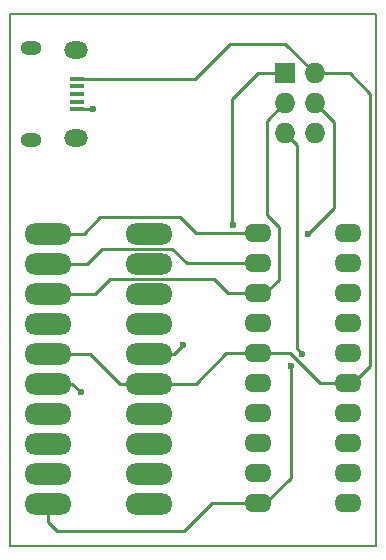
<source format=gbr>
G04 #@! TF.FileFunction,Copper,L1,Top,Signal*
%FSLAX46Y46*%
G04 Gerber Fmt 4.6, Leading zero omitted, Abs format (unit mm)*
G04 Created by KiCad (PCBNEW 4.0.2+dfsg1-stable) date Die 12 Sep 2017 09:23:44 CEST*
%MOMM*%
G01*
G04 APERTURE LIST*
%ADD10C,0.100000*%
%ADD11C,0.150000*%
%ADD12O,2.300000X1.600000*%
%ADD13R,1.727200X1.727200*%
%ADD14O,1.727200X1.727200*%
%ADD15O,4.000000X1.800000*%
%ADD16O,1.800000X1.150000*%
%ADD17O,2.000000X1.450000*%
%ADD18R,1.300000X0.450000*%
%ADD19C,0.600000*%
%ADD20C,0.250000*%
G04 APERTURE END LIST*
D10*
D11*
X0Y0D02*
X0Y45000000D01*
X31000000Y0D02*
X0Y0D01*
X31000000Y45000000D02*
X31000000Y0D01*
X0Y45000000D02*
X31000000Y45000000D01*
D12*
X21000000Y26450000D03*
X21000000Y23910000D03*
X21000000Y21370000D03*
X21000000Y18830000D03*
X21000000Y16290000D03*
X21000000Y13750000D03*
X21000000Y11210000D03*
X21000000Y8670000D03*
X21000000Y6130000D03*
X21000000Y3590000D03*
X28620000Y3590000D03*
X28620000Y6130000D03*
X28620000Y8670000D03*
X28620000Y11210000D03*
X28620000Y13750000D03*
X28620000Y16290000D03*
X28620000Y18830000D03*
X28620000Y21370000D03*
X28620000Y23910000D03*
X28620000Y26450000D03*
D13*
X23250000Y40000000D03*
D14*
X25790000Y40000000D03*
X23250000Y37460000D03*
X25790000Y37460000D03*
X23250000Y34920000D03*
X25790000Y34920000D03*
D15*
X3251100Y26426400D03*
X3251100Y23886400D03*
X3251100Y21346400D03*
X3251100Y18806400D03*
X3251100Y16266400D03*
X3251100Y13726400D03*
X3251100Y11186400D03*
X3251100Y8646400D03*
X3251100Y6106400D03*
X3251100Y3566400D03*
X11751100Y3566400D03*
X11751100Y6106400D03*
X11751100Y8646400D03*
X11751100Y11186400D03*
X11751100Y13726400D03*
X11751100Y16266400D03*
X11751100Y18806400D03*
X11751100Y21346400D03*
X11751100Y23886400D03*
X11751100Y26426400D03*
D16*
X1800000Y34375000D03*
X1800000Y42125000D03*
D17*
X5600000Y34525000D03*
X5600000Y41975000D03*
D18*
X5650000Y39550000D03*
X5650000Y38900000D03*
X5650000Y38250000D03*
X5650000Y37600000D03*
X5650000Y36950000D03*
D19*
X7050000Y36950000D03*
X14600000Y17000000D03*
X6000000Y13000000D03*
X25200000Y26400000D03*
X18900000Y27150000D03*
X24750000Y16250000D03*
X23750000Y15250000D03*
D20*
X5650000Y36950000D02*
X7050000Y36950000D01*
X11751100Y16266400D02*
X13866400Y16266400D01*
X13866400Y16266400D02*
X14600000Y17000000D01*
X3251100Y13726400D02*
X5273600Y13726400D01*
X5273600Y13726400D02*
X6000000Y13000000D01*
X5650000Y39550000D02*
X15650000Y39550000D01*
X23290000Y42500000D02*
X25790000Y40000000D01*
X18600000Y42500000D02*
X23290000Y42500000D01*
X15650000Y39550000D02*
X18600000Y42500000D01*
X11751100Y13726400D02*
X9273600Y13726400D01*
X6733600Y16266400D02*
X3251100Y16266400D01*
X9273600Y13726400D02*
X6733600Y16266400D01*
X21000000Y16290000D02*
X18290000Y16290000D01*
X15726400Y13726400D02*
X11751100Y13726400D01*
X18290000Y16290000D02*
X15726400Y13726400D01*
X28620000Y13750000D02*
X26250000Y13750000D01*
X23710000Y16290000D02*
X21000000Y16290000D01*
X26250000Y13750000D02*
X23710000Y16290000D01*
X25790000Y40000000D02*
X28750000Y40000000D01*
X30500000Y15250000D02*
X29000000Y13750000D01*
X30500000Y38250000D02*
X30500000Y15250000D01*
X28750000Y40000000D02*
X30500000Y38250000D01*
X29000000Y13750000D02*
X28620000Y13750000D01*
X27400000Y35850000D02*
X25790000Y37460000D01*
X27400000Y28600000D02*
X27400000Y35850000D01*
X25200000Y26400000D02*
X27400000Y28600000D01*
X21000000Y26450000D02*
X15750000Y26450000D01*
X6226400Y26426400D02*
X3251100Y26426400D01*
X7600000Y27800000D02*
X6226400Y26426400D01*
X14400000Y27800000D02*
X7600000Y27800000D01*
X15750000Y26450000D02*
X14400000Y27800000D01*
X20950000Y40000000D02*
X23250000Y40000000D01*
X18800000Y37850000D02*
X20950000Y40000000D01*
X18800000Y27250000D02*
X18800000Y37850000D01*
X18900000Y27150000D02*
X18800000Y27250000D01*
X21000000Y23910000D02*
X14990000Y23910000D01*
X6536400Y23886400D02*
X3251100Y23886400D01*
X7800000Y25150000D02*
X6536400Y23886400D01*
X13750000Y25150000D02*
X7800000Y25150000D01*
X14990000Y23910000D02*
X13750000Y25150000D01*
X3251100Y21346400D02*
X7196400Y21346400D01*
X18480000Y21370000D02*
X21000000Y21370000D01*
X17250000Y22600000D02*
X18480000Y21370000D01*
X8450000Y22600000D02*
X17250000Y22600000D01*
X7196400Y21346400D02*
X8450000Y22600000D01*
X23250000Y37460000D02*
X23210000Y37460000D01*
X23210000Y37460000D02*
X21750000Y36000000D01*
X21750000Y36000000D02*
X21750000Y28000000D01*
X21750000Y28000000D02*
X22750000Y27000000D01*
X22750000Y27000000D02*
X22750000Y22500000D01*
X22750000Y22500000D02*
X21620000Y21370000D01*
X21620000Y21370000D02*
X21000000Y21370000D01*
X21000000Y3590000D02*
X21590000Y3590000D01*
X21590000Y3590000D02*
X23750000Y5750000D01*
X24250000Y33920000D02*
X23250000Y34920000D01*
X24250000Y16750000D02*
X24250000Y33920000D01*
X24750000Y16250000D02*
X24250000Y16750000D01*
X23750000Y5750000D02*
X23750000Y15250000D01*
X21000000Y3590000D02*
X17090000Y3590000D01*
X3251100Y1998900D02*
X3251100Y3566400D01*
X4000000Y1250000D02*
X3251100Y1998900D01*
X14750000Y1250000D02*
X4000000Y1250000D01*
X17090000Y3590000D02*
X14750000Y1250000D01*
M02*

</source>
